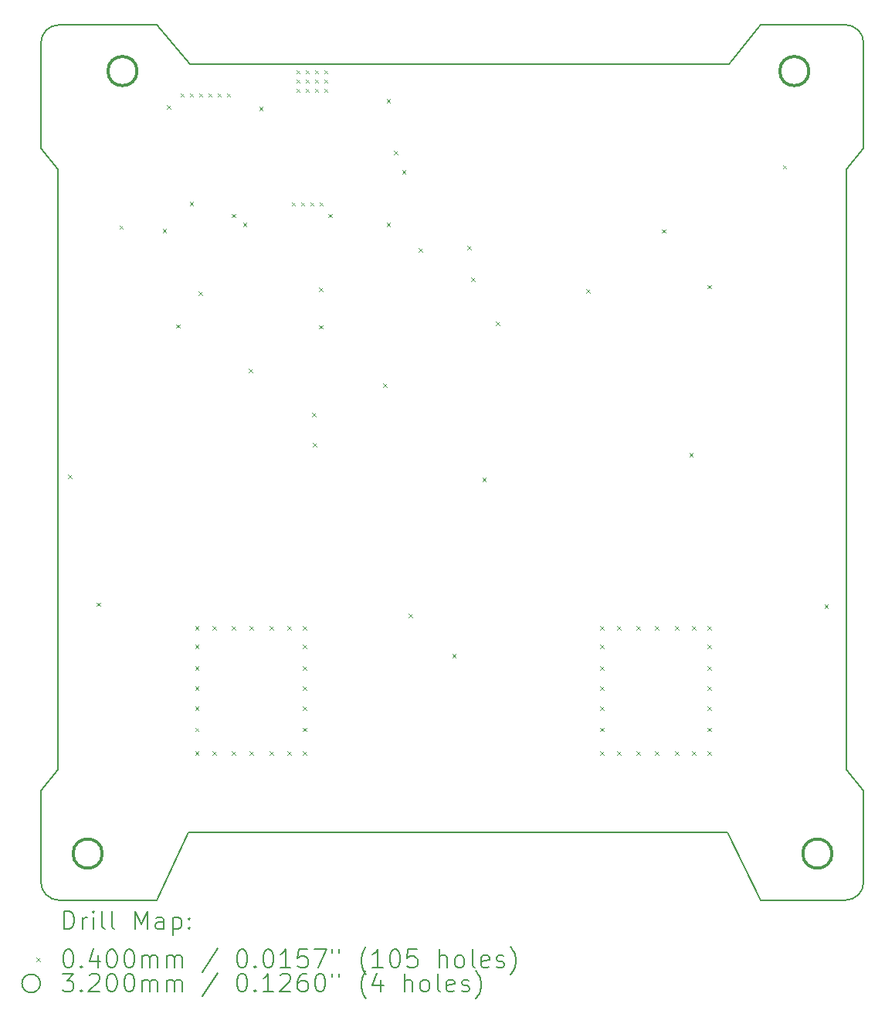
<source format=gbr>
%TF.GenerationSoftware,KiCad,Pcbnew,9.0.1*%
%TF.CreationDate,2025-04-06T00:03:57-07:00*%
%TF.ProjectId,MPPT_addon_board,4d505054-5f61-4646-946f-6e5f626f6172,1.4*%
%TF.SameCoordinates,Original*%
%TF.FileFunction,Drillmap*%
%TF.FilePolarity,Positive*%
%FSLAX45Y45*%
G04 Gerber Fmt 4.5, Leading zero omitted, Abs format (unit mm)*
G04 Created by KiCad (PCBNEW 9.0.1) date 2025-04-06 00:03:57*
%MOMM*%
%LPD*%
G01*
G04 APERTURE LIST*
%ADD10C,0.150000*%
%ADD11C,0.200000*%
%ADD12C,0.100000*%
%ADD13C,0.320000*%
G04 APERTURE END LIST*
D10*
X18850000Y-5450000D02*
X18850000Y-6600000D01*
X18660000Y-6830000D02*
X18660000Y-13410000D01*
X18650000Y-5250000D02*
G75*
G02*
X18850000Y-5450000I0J-200000D01*
G01*
X18850000Y-13640000D02*
X18850000Y-14640000D01*
X18650000Y-5250000D02*
X17720000Y-5250000D01*
X11100000Y-5250000D02*
X10030000Y-5250000D01*
X17360000Y-14100000D02*
X17720000Y-14840000D01*
X9830000Y-13640000D02*
X9830000Y-14640000D01*
X9830000Y-5450000D02*
X9830000Y-6600000D01*
X18660000Y-6830000D02*
X18850000Y-6600000D01*
X11450000Y-14100000D02*
X11100000Y-14840000D01*
X11460000Y-5680000D02*
X17370000Y-5680000D01*
X18660000Y-13410000D02*
X18850000Y-13640000D01*
X10020000Y-6830000D02*
X9830000Y-6600000D01*
X17720000Y-5250000D02*
X17370000Y-5680000D01*
X11460000Y-5680000D02*
X11100000Y-5250000D01*
X9830000Y-5450000D02*
G75*
G02*
X10030000Y-5250000I200000J0D01*
G01*
X10020000Y-13410000D02*
X10020000Y-6830000D01*
X10030000Y-14840000D02*
G75*
G02*
X9830000Y-14640000I0J200000D01*
G01*
X17360000Y-14100000D02*
X11450000Y-14100000D01*
X11100000Y-14840000D02*
X10030000Y-14840000D01*
X18650000Y-14840000D02*
X17720000Y-14840000D01*
X10020000Y-13410000D02*
X9830000Y-13640000D01*
X18850000Y-14640000D02*
G75*
G02*
X18650000Y-14840000I-200000J0D01*
G01*
D11*
D12*
X10130000Y-10180000D02*
X10170000Y-10220000D01*
X10170000Y-10180000D02*
X10130000Y-10220000D01*
X10440000Y-11580000D02*
X10480000Y-11620000D01*
X10480000Y-11580000D02*
X10440000Y-11620000D01*
X10690000Y-7447600D02*
X10730000Y-7487600D01*
X10730000Y-7447600D02*
X10690000Y-7487600D01*
X11165000Y-7485000D02*
X11205000Y-7525000D01*
X11205000Y-7485000D02*
X11165000Y-7525000D01*
X11210000Y-6130000D02*
X11250000Y-6170000D01*
X11250000Y-6130000D02*
X11210000Y-6170000D01*
X11310000Y-8530000D02*
X11350000Y-8570000D01*
X11350000Y-8530000D02*
X11310000Y-8570000D01*
X11359200Y-5999800D02*
X11399200Y-6039800D01*
X11399200Y-5999800D02*
X11359200Y-6039800D01*
X11460000Y-7190000D02*
X11500000Y-7230000D01*
X11500000Y-7190000D02*
X11460000Y-7230000D01*
X11460800Y-5999800D02*
X11500800Y-6039800D01*
X11500800Y-5999800D02*
X11460800Y-6039800D01*
X11520000Y-11840000D02*
X11560000Y-11880000D01*
X11560000Y-11840000D02*
X11520000Y-11880000D01*
X11520000Y-12040000D02*
X11560000Y-12080000D01*
X11560000Y-12040000D02*
X11520000Y-12080000D01*
X11520000Y-12280000D02*
X11560000Y-12320000D01*
X11560000Y-12280000D02*
X11520000Y-12320000D01*
X11520000Y-12500000D02*
X11560000Y-12540000D01*
X11560000Y-12500000D02*
X11520000Y-12540000D01*
X11520000Y-12720000D02*
X11560000Y-12760000D01*
X11560000Y-12720000D02*
X11520000Y-12760000D01*
X11520000Y-12950000D02*
X11560000Y-12990000D01*
X11560000Y-12950000D02*
X11520000Y-12990000D01*
X11520000Y-13210000D02*
X11560000Y-13250000D01*
X11560000Y-13210000D02*
X11520000Y-13250000D01*
X11560000Y-8170000D02*
X11600000Y-8210000D01*
X11600000Y-8170000D02*
X11560000Y-8210000D01*
X11562400Y-5999800D02*
X11602400Y-6039800D01*
X11602400Y-5999800D02*
X11562400Y-6039800D01*
X11664000Y-5999800D02*
X11704000Y-6039800D01*
X11704000Y-5999800D02*
X11664000Y-6039800D01*
X11710000Y-11840000D02*
X11750000Y-11880000D01*
X11750000Y-11840000D02*
X11710000Y-11880000D01*
X11710000Y-13210000D02*
X11750000Y-13250000D01*
X11750000Y-13210000D02*
X11710000Y-13250000D01*
X11765600Y-5999800D02*
X11805600Y-6039800D01*
X11805600Y-5999800D02*
X11765600Y-6039800D01*
X11867200Y-5999800D02*
X11907200Y-6039800D01*
X11907200Y-5999800D02*
X11867200Y-6039800D01*
X11920000Y-7320000D02*
X11960000Y-7360000D01*
X11960000Y-7320000D02*
X11920000Y-7360000D01*
X11920000Y-11840000D02*
X11960000Y-11880000D01*
X11960000Y-11840000D02*
X11920000Y-11880000D01*
X11920000Y-13210000D02*
X11960000Y-13250000D01*
X11960000Y-13210000D02*
X11920000Y-13250000D01*
X12045000Y-7420000D02*
X12085000Y-7460000D01*
X12085000Y-7420000D02*
X12045000Y-7460000D01*
X12110000Y-9020000D02*
X12150000Y-9060000D01*
X12150000Y-9020000D02*
X12110000Y-9060000D01*
X12120000Y-11840000D02*
X12160000Y-11880000D01*
X12160000Y-11840000D02*
X12120000Y-11880000D01*
X12120000Y-13210000D02*
X12160000Y-13250000D01*
X12160000Y-13210000D02*
X12120000Y-13250000D01*
X12223000Y-6150000D02*
X12263000Y-6190000D01*
X12263000Y-6150000D02*
X12223000Y-6190000D01*
X12340000Y-11840000D02*
X12380000Y-11880000D01*
X12380000Y-11840000D02*
X12340000Y-11880000D01*
X12340000Y-13210000D02*
X12380000Y-13250000D01*
X12380000Y-13210000D02*
X12340000Y-13250000D01*
X12530000Y-11840000D02*
X12570000Y-11880000D01*
X12570000Y-11840000D02*
X12530000Y-11880000D01*
X12530000Y-13210000D02*
X12570000Y-13250000D01*
X12570000Y-13210000D02*
X12530000Y-13250000D01*
X12578400Y-7193600D02*
X12618400Y-7233600D01*
X12618400Y-7193600D02*
X12578400Y-7233600D01*
X12629200Y-5745800D02*
X12669200Y-5785800D01*
X12669200Y-5745800D02*
X12629200Y-5785800D01*
X12629200Y-5847400D02*
X12669200Y-5887400D01*
X12669200Y-5847400D02*
X12629200Y-5887400D01*
X12629200Y-5949000D02*
X12669200Y-5989000D01*
X12669200Y-5949000D02*
X12629200Y-5989000D01*
X12680000Y-7193600D02*
X12720000Y-7233600D01*
X12720000Y-7193600D02*
X12680000Y-7233600D01*
X12700000Y-11840000D02*
X12740000Y-11880000D01*
X12740000Y-11840000D02*
X12700000Y-11880000D01*
X12700000Y-12040000D02*
X12740000Y-12080000D01*
X12740000Y-12040000D02*
X12700000Y-12080000D01*
X12700000Y-12280000D02*
X12740000Y-12320000D01*
X12740000Y-12280000D02*
X12700000Y-12320000D01*
X12700000Y-12500000D02*
X12740000Y-12540000D01*
X12740000Y-12500000D02*
X12700000Y-12540000D01*
X12700000Y-12720000D02*
X12740000Y-12760000D01*
X12740000Y-12720000D02*
X12700000Y-12760000D01*
X12700000Y-12950000D02*
X12740000Y-12990000D01*
X12740000Y-12950000D02*
X12700000Y-12990000D01*
X12700000Y-13210000D02*
X12740000Y-13250000D01*
X12740000Y-13210000D02*
X12700000Y-13250000D01*
X12730800Y-5745800D02*
X12770800Y-5785800D01*
X12770800Y-5745800D02*
X12730800Y-5785800D01*
X12730800Y-5847400D02*
X12770800Y-5887400D01*
X12770800Y-5847400D02*
X12730800Y-5887400D01*
X12730800Y-5949000D02*
X12770800Y-5989000D01*
X12770800Y-5949000D02*
X12730800Y-5989000D01*
X12781600Y-7193600D02*
X12821600Y-7233600D01*
X12821600Y-7193600D02*
X12781600Y-7233600D01*
X12800000Y-9500000D02*
X12840000Y-9540000D01*
X12840000Y-9500000D02*
X12800000Y-9540000D01*
X12810000Y-9830000D02*
X12850000Y-9870000D01*
X12850000Y-9830000D02*
X12810000Y-9870000D01*
X12832400Y-5745800D02*
X12872400Y-5785800D01*
X12872400Y-5745800D02*
X12832400Y-5785800D01*
X12832400Y-5847400D02*
X12872400Y-5887400D01*
X12872400Y-5847400D02*
X12832400Y-5887400D01*
X12832400Y-5949000D02*
X12872400Y-5989000D01*
X12872400Y-5949000D02*
X12832400Y-5989000D01*
X12880000Y-8130000D02*
X12920000Y-8170000D01*
X12920000Y-8130000D02*
X12880000Y-8170000D01*
X12880000Y-8540000D02*
X12920000Y-8580000D01*
X12920000Y-8540000D02*
X12880000Y-8580000D01*
X12883200Y-7193600D02*
X12923200Y-7233600D01*
X12923200Y-7193600D02*
X12883200Y-7233600D01*
X12934000Y-5745800D02*
X12974000Y-5785800D01*
X12974000Y-5745800D02*
X12934000Y-5785800D01*
X12934000Y-5847400D02*
X12974000Y-5887400D01*
X12974000Y-5847400D02*
X12934000Y-5887400D01*
X12934000Y-5949000D02*
X12974000Y-5989000D01*
X12974000Y-5949000D02*
X12934000Y-5989000D01*
X12980000Y-7320000D02*
X13020000Y-7360000D01*
X13020000Y-7320000D02*
X12980000Y-7360000D01*
X13580000Y-9180000D02*
X13620000Y-9220000D01*
X13620000Y-9180000D02*
X13580000Y-9220000D01*
X13620000Y-6060000D02*
X13660000Y-6100000D01*
X13660000Y-6060000D02*
X13620000Y-6100000D01*
X13620000Y-7420000D02*
X13660000Y-7460000D01*
X13660000Y-7420000D02*
X13620000Y-7460000D01*
X13700000Y-6630000D02*
X13740000Y-6670000D01*
X13740000Y-6630000D02*
X13700000Y-6670000D01*
X13790000Y-6840000D02*
X13830000Y-6880000D01*
X13830000Y-6840000D02*
X13790000Y-6880000D01*
X13860000Y-11700000D02*
X13900000Y-11740000D01*
X13900000Y-11700000D02*
X13860000Y-11740000D01*
X13970000Y-7700000D02*
X14010000Y-7740000D01*
X14010000Y-7700000D02*
X13970000Y-7740000D01*
X14340000Y-12140000D02*
X14380000Y-12180000D01*
X14380000Y-12140000D02*
X14340000Y-12180000D01*
X14507550Y-7669950D02*
X14547550Y-7709950D01*
X14547550Y-7669950D02*
X14507550Y-7709950D01*
X14550000Y-8020000D02*
X14590000Y-8060000D01*
X14590000Y-8020000D02*
X14550000Y-8060000D01*
X14670000Y-10210000D02*
X14710000Y-10250000D01*
X14710000Y-10210000D02*
X14670000Y-10250000D01*
X14820000Y-8500000D02*
X14860000Y-8540000D01*
X14860000Y-8500000D02*
X14820000Y-8540000D01*
X15807500Y-8147500D02*
X15847500Y-8187500D01*
X15847500Y-8147500D02*
X15807500Y-8187500D01*
X15960000Y-11840000D02*
X16000000Y-11880000D01*
X16000000Y-11840000D02*
X15960000Y-11880000D01*
X15960000Y-12040000D02*
X16000000Y-12080000D01*
X16000000Y-12040000D02*
X15960000Y-12080000D01*
X15960000Y-12280000D02*
X16000000Y-12320000D01*
X16000000Y-12280000D02*
X15960000Y-12320000D01*
X15960000Y-12500000D02*
X16000000Y-12540000D01*
X16000000Y-12500000D02*
X15960000Y-12540000D01*
X15960000Y-12720000D02*
X16000000Y-12760000D01*
X16000000Y-12720000D02*
X15960000Y-12760000D01*
X15960000Y-12950000D02*
X16000000Y-12990000D01*
X16000000Y-12950000D02*
X15960000Y-12990000D01*
X15960000Y-13210000D02*
X16000000Y-13250000D01*
X16000000Y-13210000D02*
X15960000Y-13250000D01*
X16150000Y-11840000D02*
X16190000Y-11880000D01*
X16190000Y-11840000D02*
X16150000Y-11880000D01*
X16150000Y-13210000D02*
X16190000Y-13250000D01*
X16190000Y-13210000D02*
X16150000Y-13250000D01*
X16360000Y-11840000D02*
X16400000Y-11880000D01*
X16400000Y-11840000D02*
X16360000Y-11880000D01*
X16360000Y-13210000D02*
X16400000Y-13250000D01*
X16400000Y-13210000D02*
X16360000Y-13250000D01*
X16560000Y-11840000D02*
X16600000Y-11880000D01*
X16600000Y-11840000D02*
X16560000Y-11880000D01*
X16560000Y-13210000D02*
X16600000Y-13250000D01*
X16600000Y-13210000D02*
X16560000Y-13250000D01*
X16640000Y-7490000D02*
X16680000Y-7530000D01*
X16680000Y-7490000D02*
X16640000Y-7530000D01*
X16780000Y-11840000D02*
X16820000Y-11880000D01*
X16820000Y-11840000D02*
X16780000Y-11880000D01*
X16780000Y-13210000D02*
X16820000Y-13250000D01*
X16820000Y-13210000D02*
X16780000Y-13250000D01*
X16940000Y-9940000D02*
X16980000Y-9980000D01*
X16980000Y-9940000D02*
X16940000Y-9980000D01*
X16970000Y-11840000D02*
X17010000Y-11880000D01*
X17010000Y-11840000D02*
X16970000Y-11880000D01*
X16970000Y-13210000D02*
X17010000Y-13250000D01*
X17010000Y-13210000D02*
X16970000Y-13250000D01*
X17140000Y-8100000D02*
X17180000Y-8140000D01*
X17180000Y-8100000D02*
X17140000Y-8140000D01*
X17140000Y-11840000D02*
X17180000Y-11880000D01*
X17180000Y-11840000D02*
X17140000Y-11880000D01*
X17140000Y-12040000D02*
X17180000Y-12080000D01*
X17180000Y-12040000D02*
X17140000Y-12080000D01*
X17140000Y-12280000D02*
X17180000Y-12320000D01*
X17180000Y-12280000D02*
X17140000Y-12320000D01*
X17140000Y-12500000D02*
X17180000Y-12540000D01*
X17180000Y-12500000D02*
X17140000Y-12540000D01*
X17140000Y-12720000D02*
X17180000Y-12760000D01*
X17180000Y-12720000D02*
X17140000Y-12760000D01*
X17140000Y-12950000D02*
X17180000Y-12990000D01*
X17180000Y-12950000D02*
X17140000Y-12990000D01*
X17140000Y-13210000D02*
X17180000Y-13250000D01*
X17180000Y-13210000D02*
X17140000Y-13250000D01*
X17963200Y-6787200D02*
X18003200Y-6827200D01*
X18003200Y-6787200D02*
X17963200Y-6827200D01*
X18420000Y-11600000D02*
X18460000Y-11640000D01*
X18460000Y-11600000D02*
X18420000Y-11640000D01*
D13*
X10502610Y-14329410D02*
G75*
G02*
X10182610Y-14329410I-160000J0D01*
G01*
X10182610Y-14329410D02*
G75*
G02*
X10502610Y-14329410I160000J0D01*
G01*
X10883610Y-5756410D02*
G75*
G02*
X10563610Y-5756410I-160000J0D01*
G01*
X10563610Y-5756410D02*
G75*
G02*
X10883610Y-5756410I160000J0D01*
G01*
X18249610Y-5756410D02*
G75*
G02*
X17929610Y-5756410I-160000J0D01*
G01*
X17929610Y-5756410D02*
G75*
G02*
X18249610Y-5756410I160000J0D01*
G01*
X18502610Y-14329410D02*
G75*
G02*
X18182610Y-14329410I-160000J0D01*
G01*
X18182610Y-14329410D02*
G75*
G02*
X18502610Y-14329410I160000J0D01*
G01*
D11*
X10083277Y-15158984D02*
X10083277Y-14958984D01*
X10083277Y-14958984D02*
X10130896Y-14958984D01*
X10130896Y-14958984D02*
X10159467Y-14968508D01*
X10159467Y-14968508D02*
X10178515Y-14987555D01*
X10178515Y-14987555D02*
X10188039Y-15006603D01*
X10188039Y-15006603D02*
X10197563Y-15044698D01*
X10197563Y-15044698D02*
X10197563Y-15073269D01*
X10197563Y-15073269D02*
X10188039Y-15111365D01*
X10188039Y-15111365D02*
X10178515Y-15130412D01*
X10178515Y-15130412D02*
X10159467Y-15149460D01*
X10159467Y-15149460D02*
X10130896Y-15158984D01*
X10130896Y-15158984D02*
X10083277Y-15158984D01*
X10283277Y-15158984D02*
X10283277Y-15025650D01*
X10283277Y-15063746D02*
X10292801Y-15044698D01*
X10292801Y-15044698D02*
X10302324Y-15035174D01*
X10302324Y-15035174D02*
X10321372Y-15025650D01*
X10321372Y-15025650D02*
X10340420Y-15025650D01*
X10407086Y-15158984D02*
X10407086Y-15025650D01*
X10407086Y-14958984D02*
X10397563Y-14968508D01*
X10397563Y-14968508D02*
X10407086Y-14978031D01*
X10407086Y-14978031D02*
X10416610Y-14968508D01*
X10416610Y-14968508D02*
X10407086Y-14958984D01*
X10407086Y-14958984D02*
X10407086Y-14978031D01*
X10530896Y-15158984D02*
X10511848Y-15149460D01*
X10511848Y-15149460D02*
X10502324Y-15130412D01*
X10502324Y-15130412D02*
X10502324Y-14958984D01*
X10635658Y-15158984D02*
X10616610Y-15149460D01*
X10616610Y-15149460D02*
X10607086Y-15130412D01*
X10607086Y-15130412D02*
X10607086Y-14958984D01*
X10864229Y-15158984D02*
X10864229Y-14958984D01*
X10864229Y-14958984D02*
X10930896Y-15101841D01*
X10930896Y-15101841D02*
X10997563Y-14958984D01*
X10997563Y-14958984D02*
X10997563Y-15158984D01*
X11178515Y-15158984D02*
X11178515Y-15054222D01*
X11178515Y-15054222D02*
X11168991Y-15035174D01*
X11168991Y-15035174D02*
X11149944Y-15025650D01*
X11149944Y-15025650D02*
X11111848Y-15025650D01*
X11111848Y-15025650D02*
X11092801Y-15035174D01*
X11178515Y-15149460D02*
X11159467Y-15158984D01*
X11159467Y-15158984D02*
X11111848Y-15158984D01*
X11111848Y-15158984D02*
X11092801Y-15149460D01*
X11092801Y-15149460D02*
X11083277Y-15130412D01*
X11083277Y-15130412D02*
X11083277Y-15111365D01*
X11083277Y-15111365D02*
X11092801Y-15092317D01*
X11092801Y-15092317D02*
X11111848Y-15082793D01*
X11111848Y-15082793D02*
X11159467Y-15082793D01*
X11159467Y-15082793D02*
X11178515Y-15073269D01*
X11273753Y-15025650D02*
X11273753Y-15225650D01*
X11273753Y-15035174D02*
X11292801Y-15025650D01*
X11292801Y-15025650D02*
X11330896Y-15025650D01*
X11330896Y-15025650D02*
X11349943Y-15035174D01*
X11349943Y-15035174D02*
X11359467Y-15044698D01*
X11359467Y-15044698D02*
X11368991Y-15063746D01*
X11368991Y-15063746D02*
X11368991Y-15120888D01*
X11368991Y-15120888D02*
X11359467Y-15139936D01*
X11359467Y-15139936D02*
X11349943Y-15149460D01*
X11349943Y-15149460D02*
X11330896Y-15158984D01*
X11330896Y-15158984D02*
X11292801Y-15158984D01*
X11292801Y-15158984D02*
X11273753Y-15149460D01*
X11454705Y-15139936D02*
X11464229Y-15149460D01*
X11464229Y-15149460D02*
X11454705Y-15158984D01*
X11454705Y-15158984D02*
X11445182Y-15149460D01*
X11445182Y-15149460D02*
X11454705Y-15139936D01*
X11454705Y-15139936D02*
X11454705Y-15158984D01*
X11454705Y-15035174D02*
X11464229Y-15044698D01*
X11464229Y-15044698D02*
X11454705Y-15054222D01*
X11454705Y-15054222D02*
X11445182Y-15044698D01*
X11445182Y-15044698D02*
X11454705Y-15035174D01*
X11454705Y-15035174D02*
X11454705Y-15054222D01*
D12*
X9782500Y-15467500D02*
X9822500Y-15507500D01*
X9822500Y-15467500D02*
X9782500Y-15507500D01*
D11*
X10121372Y-15378984D02*
X10140420Y-15378984D01*
X10140420Y-15378984D02*
X10159467Y-15388508D01*
X10159467Y-15388508D02*
X10168991Y-15398031D01*
X10168991Y-15398031D02*
X10178515Y-15417079D01*
X10178515Y-15417079D02*
X10188039Y-15455174D01*
X10188039Y-15455174D02*
X10188039Y-15502793D01*
X10188039Y-15502793D02*
X10178515Y-15540888D01*
X10178515Y-15540888D02*
X10168991Y-15559936D01*
X10168991Y-15559936D02*
X10159467Y-15569460D01*
X10159467Y-15569460D02*
X10140420Y-15578984D01*
X10140420Y-15578984D02*
X10121372Y-15578984D01*
X10121372Y-15578984D02*
X10102324Y-15569460D01*
X10102324Y-15569460D02*
X10092801Y-15559936D01*
X10092801Y-15559936D02*
X10083277Y-15540888D01*
X10083277Y-15540888D02*
X10073753Y-15502793D01*
X10073753Y-15502793D02*
X10073753Y-15455174D01*
X10073753Y-15455174D02*
X10083277Y-15417079D01*
X10083277Y-15417079D02*
X10092801Y-15398031D01*
X10092801Y-15398031D02*
X10102324Y-15388508D01*
X10102324Y-15388508D02*
X10121372Y-15378984D01*
X10273753Y-15559936D02*
X10283277Y-15569460D01*
X10283277Y-15569460D02*
X10273753Y-15578984D01*
X10273753Y-15578984D02*
X10264229Y-15569460D01*
X10264229Y-15569460D02*
X10273753Y-15559936D01*
X10273753Y-15559936D02*
X10273753Y-15578984D01*
X10454705Y-15445650D02*
X10454705Y-15578984D01*
X10407086Y-15369460D02*
X10359467Y-15512317D01*
X10359467Y-15512317D02*
X10483277Y-15512317D01*
X10597563Y-15378984D02*
X10616610Y-15378984D01*
X10616610Y-15378984D02*
X10635658Y-15388508D01*
X10635658Y-15388508D02*
X10645182Y-15398031D01*
X10645182Y-15398031D02*
X10654705Y-15417079D01*
X10654705Y-15417079D02*
X10664229Y-15455174D01*
X10664229Y-15455174D02*
X10664229Y-15502793D01*
X10664229Y-15502793D02*
X10654705Y-15540888D01*
X10654705Y-15540888D02*
X10645182Y-15559936D01*
X10645182Y-15559936D02*
X10635658Y-15569460D01*
X10635658Y-15569460D02*
X10616610Y-15578984D01*
X10616610Y-15578984D02*
X10597563Y-15578984D01*
X10597563Y-15578984D02*
X10578515Y-15569460D01*
X10578515Y-15569460D02*
X10568991Y-15559936D01*
X10568991Y-15559936D02*
X10559467Y-15540888D01*
X10559467Y-15540888D02*
X10549944Y-15502793D01*
X10549944Y-15502793D02*
X10549944Y-15455174D01*
X10549944Y-15455174D02*
X10559467Y-15417079D01*
X10559467Y-15417079D02*
X10568991Y-15398031D01*
X10568991Y-15398031D02*
X10578515Y-15388508D01*
X10578515Y-15388508D02*
X10597563Y-15378984D01*
X10788039Y-15378984D02*
X10807086Y-15378984D01*
X10807086Y-15378984D02*
X10826134Y-15388508D01*
X10826134Y-15388508D02*
X10835658Y-15398031D01*
X10835658Y-15398031D02*
X10845182Y-15417079D01*
X10845182Y-15417079D02*
X10854705Y-15455174D01*
X10854705Y-15455174D02*
X10854705Y-15502793D01*
X10854705Y-15502793D02*
X10845182Y-15540888D01*
X10845182Y-15540888D02*
X10835658Y-15559936D01*
X10835658Y-15559936D02*
X10826134Y-15569460D01*
X10826134Y-15569460D02*
X10807086Y-15578984D01*
X10807086Y-15578984D02*
X10788039Y-15578984D01*
X10788039Y-15578984D02*
X10768991Y-15569460D01*
X10768991Y-15569460D02*
X10759467Y-15559936D01*
X10759467Y-15559936D02*
X10749944Y-15540888D01*
X10749944Y-15540888D02*
X10740420Y-15502793D01*
X10740420Y-15502793D02*
X10740420Y-15455174D01*
X10740420Y-15455174D02*
X10749944Y-15417079D01*
X10749944Y-15417079D02*
X10759467Y-15398031D01*
X10759467Y-15398031D02*
X10768991Y-15388508D01*
X10768991Y-15388508D02*
X10788039Y-15378984D01*
X10940420Y-15578984D02*
X10940420Y-15445650D01*
X10940420Y-15464698D02*
X10949944Y-15455174D01*
X10949944Y-15455174D02*
X10968991Y-15445650D01*
X10968991Y-15445650D02*
X10997563Y-15445650D01*
X10997563Y-15445650D02*
X11016610Y-15455174D01*
X11016610Y-15455174D02*
X11026134Y-15474222D01*
X11026134Y-15474222D02*
X11026134Y-15578984D01*
X11026134Y-15474222D02*
X11035658Y-15455174D01*
X11035658Y-15455174D02*
X11054705Y-15445650D01*
X11054705Y-15445650D02*
X11083277Y-15445650D01*
X11083277Y-15445650D02*
X11102325Y-15455174D01*
X11102325Y-15455174D02*
X11111848Y-15474222D01*
X11111848Y-15474222D02*
X11111848Y-15578984D01*
X11207086Y-15578984D02*
X11207086Y-15445650D01*
X11207086Y-15464698D02*
X11216610Y-15455174D01*
X11216610Y-15455174D02*
X11235658Y-15445650D01*
X11235658Y-15445650D02*
X11264229Y-15445650D01*
X11264229Y-15445650D02*
X11283277Y-15455174D01*
X11283277Y-15455174D02*
X11292801Y-15474222D01*
X11292801Y-15474222D02*
X11292801Y-15578984D01*
X11292801Y-15474222D02*
X11302324Y-15455174D01*
X11302324Y-15455174D02*
X11321372Y-15445650D01*
X11321372Y-15445650D02*
X11349943Y-15445650D01*
X11349943Y-15445650D02*
X11368991Y-15455174D01*
X11368991Y-15455174D02*
X11378515Y-15474222D01*
X11378515Y-15474222D02*
X11378515Y-15578984D01*
X11768991Y-15369460D02*
X11597563Y-15626603D01*
X12026134Y-15378984D02*
X12045182Y-15378984D01*
X12045182Y-15378984D02*
X12064229Y-15388508D01*
X12064229Y-15388508D02*
X12073753Y-15398031D01*
X12073753Y-15398031D02*
X12083277Y-15417079D01*
X12083277Y-15417079D02*
X12092801Y-15455174D01*
X12092801Y-15455174D02*
X12092801Y-15502793D01*
X12092801Y-15502793D02*
X12083277Y-15540888D01*
X12083277Y-15540888D02*
X12073753Y-15559936D01*
X12073753Y-15559936D02*
X12064229Y-15569460D01*
X12064229Y-15569460D02*
X12045182Y-15578984D01*
X12045182Y-15578984D02*
X12026134Y-15578984D01*
X12026134Y-15578984D02*
X12007086Y-15569460D01*
X12007086Y-15569460D02*
X11997563Y-15559936D01*
X11997563Y-15559936D02*
X11988039Y-15540888D01*
X11988039Y-15540888D02*
X11978515Y-15502793D01*
X11978515Y-15502793D02*
X11978515Y-15455174D01*
X11978515Y-15455174D02*
X11988039Y-15417079D01*
X11988039Y-15417079D02*
X11997563Y-15398031D01*
X11997563Y-15398031D02*
X12007086Y-15388508D01*
X12007086Y-15388508D02*
X12026134Y-15378984D01*
X12178515Y-15559936D02*
X12188039Y-15569460D01*
X12188039Y-15569460D02*
X12178515Y-15578984D01*
X12178515Y-15578984D02*
X12168991Y-15569460D01*
X12168991Y-15569460D02*
X12178515Y-15559936D01*
X12178515Y-15559936D02*
X12178515Y-15578984D01*
X12311848Y-15378984D02*
X12330896Y-15378984D01*
X12330896Y-15378984D02*
X12349944Y-15388508D01*
X12349944Y-15388508D02*
X12359467Y-15398031D01*
X12359467Y-15398031D02*
X12368991Y-15417079D01*
X12368991Y-15417079D02*
X12378515Y-15455174D01*
X12378515Y-15455174D02*
X12378515Y-15502793D01*
X12378515Y-15502793D02*
X12368991Y-15540888D01*
X12368991Y-15540888D02*
X12359467Y-15559936D01*
X12359467Y-15559936D02*
X12349944Y-15569460D01*
X12349944Y-15569460D02*
X12330896Y-15578984D01*
X12330896Y-15578984D02*
X12311848Y-15578984D01*
X12311848Y-15578984D02*
X12292801Y-15569460D01*
X12292801Y-15569460D02*
X12283277Y-15559936D01*
X12283277Y-15559936D02*
X12273753Y-15540888D01*
X12273753Y-15540888D02*
X12264229Y-15502793D01*
X12264229Y-15502793D02*
X12264229Y-15455174D01*
X12264229Y-15455174D02*
X12273753Y-15417079D01*
X12273753Y-15417079D02*
X12283277Y-15398031D01*
X12283277Y-15398031D02*
X12292801Y-15388508D01*
X12292801Y-15388508D02*
X12311848Y-15378984D01*
X12568991Y-15578984D02*
X12454706Y-15578984D01*
X12511848Y-15578984D02*
X12511848Y-15378984D01*
X12511848Y-15378984D02*
X12492801Y-15407555D01*
X12492801Y-15407555D02*
X12473753Y-15426603D01*
X12473753Y-15426603D02*
X12454706Y-15436127D01*
X12749944Y-15378984D02*
X12654706Y-15378984D01*
X12654706Y-15378984D02*
X12645182Y-15474222D01*
X12645182Y-15474222D02*
X12654706Y-15464698D01*
X12654706Y-15464698D02*
X12673753Y-15455174D01*
X12673753Y-15455174D02*
X12721372Y-15455174D01*
X12721372Y-15455174D02*
X12740420Y-15464698D01*
X12740420Y-15464698D02*
X12749944Y-15474222D01*
X12749944Y-15474222D02*
X12759467Y-15493269D01*
X12759467Y-15493269D02*
X12759467Y-15540888D01*
X12759467Y-15540888D02*
X12749944Y-15559936D01*
X12749944Y-15559936D02*
X12740420Y-15569460D01*
X12740420Y-15569460D02*
X12721372Y-15578984D01*
X12721372Y-15578984D02*
X12673753Y-15578984D01*
X12673753Y-15578984D02*
X12654706Y-15569460D01*
X12654706Y-15569460D02*
X12645182Y-15559936D01*
X12826134Y-15378984D02*
X12959467Y-15378984D01*
X12959467Y-15378984D02*
X12873753Y-15578984D01*
X13026134Y-15378984D02*
X13026134Y-15417079D01*
X13102325Y-15378984D02*
X13102325Y-15417079D01*
X13397563Y-15655174D02*
X13388039Y-15645650D01*
X13388039Y-15645650D02*
X13368991Y-15617079D01*
X13368991Y-15617079D02*
X13359468Y-15598031D01*
X13359468Y-15598031D02*
X13349944Y-15569460D01*
X13349944Y-15569460D02*
X13340420Y-15521841D01*
X13340420Y-15521841D02*
X13340420Y-15483746D01*
X13340420Y-15483746D02*
X13349944Y-15436127D01*
X13349944Y-15436127D02*
X13359468Y-15407555D01*
X13359468Y-15407555D02*
X13368991Y-15388508D01*
X13368991Y-15388508D02*
X13388039Y-15359936D01*
X13388039Y-15359936D02*
X13397563Y-15350412D01*
X13578515Y-15578984D02*
X13464229Y-15578984D01*
X13521372Y-15578984D02*
X13521372Y-15378984D01*
X13521372Y-15378984D02*
X13502325Y-15407555D01*
X13502325Y-15407555D02*
X13483277Y-15426603D01*
X13483277Y-15426603D02*
X13464229Y-15436127D01*
X13702325Y-15378984D02*
X13721372Y-15378984D01*
X13721372Y-15378984D02*
X13740420Y-15388508D01*
X13740420Y-15388508D02*
X13749944Y-15398031D01*
X13749944Y-15398031D02*
X13759468Y-15417079D01*
X13759468Y-15417079D02*
X13768991Y-15455174D01*
X13768991Y-15455174D02*
X13768991Y-15502793D01*
X13768991Y-15502793D02*
X13759468Y-15540888D01*
X13759468Y-15540888D02*
X13749944Y-15559936D01*
X13749944Y-15559936D02*
X13740420Y-15569460D01*
X13740420Y-15569460D02*
X13721372Y-15578984D01*
X13721372Y-15578984D02*
X13702325Y-15578984D01*
X13702325Y-15578984D02*
X13683277Y-15569460D01*
X13683277Y-15569460D02*
X13673753Y-15559936D01*
X13673753Y-15559936D02*
X13664229Y-15540888D01*
X13664229Y-15540888D02*
X13654706Y-15502793D01*
X13654706Y-15502793D02*
X13654706Y-15455174D01*
X13654706Y-15455174D02*
X13664229Y-15417079D01*
X13664229Y-15417079D02*
X13673753Y-15398031D01*
X13673753Y-15398031D02*
X13683277Y-15388508D01*
X13683277Y-15388508D02*
X13702325Y-15378984D01*
X13949944Y-15378984D02*
X13854706Y-15378984D01*
X13854706Y-15378984D02*
X13845182Y-15474222D01*
X13845182Y-15474222D02*
X13854706Y-15464698D01*
X13854706Y-15464698D02*
X13873753Y-15455174D01*
X13873753Y-15455174D02*
X13921372Y-15455174D01*
X13921372Y-15455174D02*
X13940420Y-15464698D01*
X13940420Y-15464698D02*
X13949944Y-15474222D01*
X13949944Y-15474222D02*
X13959468Y-15493269D01*
X13959468Y-15493269D02*
X13959468Y-15540888D01*
X13959468Y-15540888D02*
X13949944Y-15559936D01*
X13949944Y-15559936D02*
X13940420Y-15569460D01*
X13940420Y-15569460D02*
X13921372Y-15578984D01*
X13921372Y-15578984D02*
X13873753Y-15578984D01*
X13873753Y-15578984D02*
X13854706Y-15569460D01*
X13854706Y-15569460D02*
X13845182Y-15559936D01*
X14197563Y-15578984D02*
X14197563Y-15378984D01*
X14283277Y-15578984D02*
X14283277Y-15474222D01*
X14283277Y-15474222D02*
X14273753Y-15455174D01*
X14273753Y-15455174D02*
X14254706Y-15445650D01*
X14254706Y-15445650D02*
X14226134Y-15445650D01*
X14226134Y-15445650D02*
X14207087Y-15455174D01*
X14207087Y-15455174D02*
X14197563Y-15464698D01*
X14407087Y-15578984D02*
X14388039Y-15569460D01*
X14388039Y-15569460D02*
X14378515Y-15559936D01*
X14378515Y-15559936D02*
X14368991Y-15540888D01*
X14368991Y-15540888D02*
X14368991Y-15483746D01*
X14368991Y-15483746D02*
X14378515Y-15464698D01*
X14378515Y-15464698D02*
X14388039Y-15455174D01*
X14388039Y-15455174D02*
X14407087Y-15445650D01*
X14407087Y-15445650D02*
X14435658Y-15445650D01*
X14435658Y-15445650D02*
X14454706Y-15455174D01*
X14454706Y-15455174D02*
X14464230Y-15464698D01*
X14464230Y-15464698D02*
X14473753Y-15483746D01*
X14473753Y-15483746D02*
X14473753Y-15540888D01*
X14473753Y-15540888D02*
X14464230Y-15559936D01*
X14464230Y-15559936D02*
X14454706Y-15569460D01*
X14454706Y-15569460D02*
X14435658Y-15578984D01*
X14435658Y-15578984D02*
X14407087Y-15578984D01*
X14588039Y-15578984D02*
X14568991Y-15569460D01*
X14568991Y-15569460D02*
X14559468Y-15550412D01*
X14559468Y-15550412D02*
X14559468Y-15378984D01*
X14740420Y-15569460D02*
X14721372Y-15578984D01*
X14721372Y-15578984D02*
X14683277Y-15578984D01*
X14683277Y-15578984D02*
X14664230Y-15569460D01*
X14664230Y-15569460D02*
X14654706Y-15550412D01*
X14654706Y-15550412D02*
X14654706Y-15474222D01*
X14654706Y-15474222D02*
X14664230Y-15455174D01*
X14664230Y-15455174D02*
X14683277Y-15445650D01*
X14683277Y-15445650D02*
X14721372Y-15445650D01*
X14721372Y-15445650D02*
X14740420Y-15455174D01*
X14740420Y-15455174D02*
X14749944Y-15474222D01*
X14749944Y-15474222D02*
X14749944Y-15493269D01*
X14749944Y-15493269D02*
X14654706Y-15512317D01*
X14826134Y-15569460D02*
X14845182Y-15578984D01*
X14845182Y-15578984D02*
X14883277Y-15578984D01*
X14883277Y-15578984D02*
X14902325Y-15569460D01*
X14902325Y-15569460D02*
X14911849Y-15550412D01*
X14911849Y-15550412D02*
X14911849Y-15540888D01*
X14911849Y-15540888D02*
X14902325Y-15521841D01*
X14902325Y-15521841D02*
X14883277Y-15512317D01*
X14883277Y-15512317D02*
X14854706Y-15512317D01*
X14854706Y-15512317D02*
X14835658Y-15502793D01*
X14835658Y-15502793D02*
X14826134Y-15483746D01*
X14826134Y-15483746D02*
X14826134Y-15474222D01*
X14826134Y-15474222D02*
X14835658Y-15455174D01*
X14835658Y-15455174D02*
X14854706Y-15445650D01*
X14854706Y-15445650D02*
X14883277Y-15445650D01*
X14883277Y-15445650D02*
X14902325Y-15455174D01*
X14978515Y-15655174D02*
X14988039Y-15645650D01*
X14988039Y-15645650D02*
X15007087Y-15617079D01*
X15007087Y-15617079D02*
X15016611Y-15598031D01*
X15016611Y-15598031D02*
X15026134Y-15569460D01*
X15026134Y-15569460D02*
X15035658Y-15521841D01*
X15035658Y-15521841D02*
X15035658Y-15483746D01*
X15035658Y-15483746D02*
X15026134Y-15436127D01*
X15026134Y-15436127D02*
X15016611Y-15407555D01*
X15016611Y-15407555D02*
X15007087Y-15388508D01*
X15007087Y-15388508D02*
X14988039Y-15359936D01*
X14988039Y-15359936D02*
X14978515Y-15350412D01*
X9822500Y-15751500D02*
G75*
G02*
X9622500Y-15751500I-100000J0D01*
G01*
X9622500Y-15751500D02*
G75*
G02*
X9822500Y-15751500I100000J0D01*
G01*
X10064229Y-15642984D02*
X10188039Y-15642984D01*
X10188039Y-15642984D02*
X10121372Y-15719174D01*
X10121372Y-15719174D02*
X10149944Y-15719174D01*
X10149944Y-15719174D02*
X10168991Y-15728698D01*
X10168991Y-15728698D02*
X10178515Y-15738222D01*
X10178515Y-15738222D02*
X10188039Y-15757269D01*
X10188039Y-15757269D02*
X10188039Y-15804888D01*
X10188039Y-15804888D02*
X10178515Y-15823936D01*
X10178515Y-15823936D02*
X10168991Y-15833460D01*
X10168991Y-15833460D02*
X10149944Y-15842984D01*
X10149944Y-15842984D02*
X10092801Y-15842984D01*
X10092801Y-15842984D02*
X10073753Y-15833460D01*
X10073753Y-15833460D02*
X10064229Y-15823936D01*
X10273753Y-15823936D02*
X10283277Y-15833460D01*
X10283277Y-15833460D02*
X10273753Y-15842984D01*
X10273753Y-15842984D02*
X10264229Y-15833460D01*
X10264229Y-15833460D02*
X10273753Y-15823936D01*
X10273753Y-15823936D02*
X10273753Y-15842984D01*
X10359467Y-15662031D02*
X10368991Y-15652508D01*
X10368991Y-15652508D02*
X10388039Y-15642984D01*
X10388039Y-15642984D02*
X10435658Y-15642984D01*
X10435658Y-15642984D02*
X10454705Y-15652508D01*
X10454705Y-15652508D02*
X10464229Y-15662031D01*
X10464229Y-15662031D02*
X10473753Y-15681079D01*
X10473753Y-15681079D02*
X10473753Y-15700127D01*
X10473753Y-15700127D02*
X10464229Y-15728698D01*
X10464229Y-15728698D02*
X10349944Y-15842984D01*
X10349944Y-15842984D02*
X10473753Y-15842984D01*
X10597563Y-15642984D02*
X10616610Y-15642984D01*
X10616610Y-15642984D02*
X10635658Y-15652508D01*
X10635658Y-15652508D02*
X10645182Y-15662031D01*
X10645182Y-15662031D02*
X10654705Y-15681079D01*
X10654705Y-15681079D02*
X10664229Y-15719174D01*
X10664229Y-15719174D02*
X10664229Y-15766793D01*
X10664229Y-15766793D02*
X10654705Y-15804888D01*
X10654705Y-15804888D02*
X10645182Y-15823936D01*
X10645182Y-15823936D02*
X10635658Y-15833460D01*
X10635658Y-15833460D02*
X10616610Y-15842984D01*
X10616610Y-15842984D02*
X10597563Y-15842984D01*
X10597563Y-15842984D02*
X10578515Y-15833460D01*
X10578515Y-15833460D02*
X10568991Y-15823936D01*
X10568991Y-15823936D02*
X10559467Y-15804888D01*
X10559467Y-15804888D02*
X10549944Y-15766793D01*
X10549944Y-15766793D02*
X10549944Y-15719174D01*
X10549944Y-15719174D02*
X10559467Y-15681079D01*
X10559467Y-15681079D02*
X10568991Y-15662031D01*
X10568991Y-15662031D02*
X10578515Y-15652508D01*
X10578515Y-15652508D02*
X10597563Y-15642984D01*
X10788039Y-15642984D02*
X10807086Y-15642984D01*
X10807086Y-15642984D02*
X10826134Y-15652508D01*
X10826134Y-15652508D02*
X10835658Y-15662031D01*
X10835658Y-15662031D02*
X10845182Y-15681079D01*
X10845182Y-15681079D02*
X10854705Y-15719174D01*
X10854705Y-15719174D02*
X10854705Y-15766793D01*
X10854705Y-15766793D02*
X10845182Y-15804888D01*
X10845182Y-15804888D02*
X10835658Y-15823936D01*
X10835658Y-15823936D02*
X10826134Y-15833460D01*
X10826134Y-15833460D02*
X10807086Y-15842984D01*
X10807086Y-15842984D02*
X10788039Y-15842984D01*
X10788039Y-15842984D02*
X10768991Y-15833460D01*
X10768991Y-15833460D02*
X10759467Y-15823936D01*
X10759467Y-15823936D02*
X10749944Y-15804888D01*
X10749944Y-15804888D02*
X10740420Y-15766793D01*
X10740420Y-15766793D02*
X10740420Y-15719174D01*
X10740420Y-15719174D02*
X10749944Y-15681079D01*
X10749944Y-15681079D02*
X10759467Y-15662031D01*
X10759467Y-15662031D02*
X10768991Y-15652508D01*
X10768991Y-15652508D02*
X10788039Y-15642984D01*
X10940420Y-15842984D02*
X10940420Y-15709650D01*
X10940420Y-15728698D02*
X10949944Y-15719174D01*
X10949944Y-15719174D02*
X10968991Y-15709650D01*
X10968991Y-15709650D02*
X10997563Y-15709650D01*
X10997563Y-15709650D02*
X11016610Y-15719174D01*
X11016610Y-15719174D02*
X11026134Y-15738222D01*
X11026134Y-15738222D02*
X11026134Y-15842984D01*
X11026134Y-15738222D02*
X11035658Y-15719174D01*
X11035658Y-15719174D02*
X11054705Y-15709650D01*
X11054705Y-15709650D02*
X11083277Y-15709650D01*
X11083277Y-15709650D02*
X11102325Y-15719174D01*
X11102325Y-15719174D02*
X11111848Y-15738222D01*
X11111848Y-15738222D02*
X11111848Y-15842984D01*
X11207086Y-15842984D02*
X11207086Y-15709650D01*
X11207086Y-15728698D02*
X11216610Y-15719174D01*
X11216610Y-15719174D02*
X11235658Y-15709650D01*
X11235658Y-15709650D02*
X11264229Y-15709650D01*
X11264229Y-15709650D02*
X11283277Y-15719174D01*
X11283277Y-15719174D02*
X11292801Y-15738222D01*
X11292801Y-15738222D02*
X11292801Y-15842984D01*
X11292801Y-15738222D02*
X11302324Y-15719174D01*
X11302324Y-15719174D02*
X11321372Y-15709650D01*
X11321372Y-15709650D02*
X11349943Y-15709650D01*
X11349943Y-15709650D02*
X11368991Y-15719174D01*
X11368991Y-15719174D02*
X11378515Y-15738222D01*
X11378515Y-15738222D02*
X11378515Y-15842984D01*
X11768991Y-15633460D02*
X11597563Y-15890603D01*
X12026134Y-15642984D02*
X12045182Y-15642984D01*
X12045182Y-15642984D02*
X12064229Y-15652508D01*
X12064229Y-15652508D02*
X12073753Y-15662031D01*
X12073753Y-15662031D02*
X12083277Y-15681079D01*
X12083277Y-15681079D02*
X12092801Y-15719174D01*
X12092801Y-15719174D02*
X12092801Y-15766793D01*
X12092801Y-15766793D02*
X12083277Y-15804888D01*
X12083277Y-15804888D02*
X12073753Y-15823936D01*
X12073753Y-15823936D02*
X12064229Y-15833460D01*
X12064229Y-15833460D02*
X12045182Y-15842984D01*
X12045182Y-15842984D02*
X12026134Y-15842984D01*
X12026134Y-15842984D02*
X12007086Y-15833460D01*
X12007086Y-15833460D02*
X11997563Y-15823936D01*
X11997563Y-15823936D02*
X11988039Y-15804888D01*
X11988039Y-15804888D02*
X11978515Y-15766793D01*
X11978515Y-15766793D02*
X11978515Y-15719174D01*
X11978515Y-15719174D02*
X11988039Y-15681079D01*
X11988039Y-15681079D02*
X11997563Y-15662031D01*
X11997563Y-15662031D02*
X12007086Y-15652508D01*
X12007086Y-15652508D02*
X12026134Y-15642984D01*
X12178515Y-15823936D02*
X12188039Y-15833460D01*
X12188039Y-15833460D02*
X12178515Y-15842984D01*
X12178515Y-15842984D02*
X12168991Y-15833460D01*
X12168991Y-15833460D02*
X12178515Y-15823936D01*
X12178515Y-15823936D02*
X12178515Y-15842984D01*
X12378515Y-15842984D02*
X12264229Y-15842984D01*
X12321372Y-15842984D02*
X12321372Y-15642984D01*
X12321372Y-15642984D02*
X12302325Y-15671555D01*
X12302325Y-15671555D02*
X12283277Y-15690603D01*
X12283277Y-15690603D02*
X12264229Y-15700127D01*
X12454706Y-15662031D02*
X12464229Y-15652508D01*
X12464229Y-15652508D02*
X12483277Y-15642984D01*
X12483277Y-15642984D02*
X12530896Y-15642984D01*
X12530896Y-15642984D02*
X12549944Y-15652508D01*
X12549944Y-15652508D02*
X12559467Y-15662031D01*
X12559467Y-15662031D02*
X12568991Y-15681079D01*
X12568991Y-15681079D02*
X12568991Y-15700127D01*
X12568991Y-15700127D02*
X12559467Y-15728698D01*
X12559467Y-15728698D02*
X12445182Y-15842984D01*
X12445182Y-15842984D02*
X12568991Y-15842984D01*
X12740420Y-15642984D02*
X12702325Y-15642984D01*
X12702325Y-15642984D02*
X12683277Y-15652508D01*
X12683277Y-15652508D02*
X12673753Y-15662031D01*
X12673753Y-15662031D02*
X12654706Y-15690603D01*
X12654706Y-15690603D02*
X12645182Y-15728698D01*
X12645182Y-15728698D02*
X12645182Y-15804888D01*
X12645182Y-15804888D02*
X12654706Y-15823936D01*
X12654706Y-15823936D02*
X12664229Y-15833460D01*
X12664229Y-15833460D02*
X12683277Y-15842984D01*
X12683277Y-15842984D02*
X12721372Y-15842984D01*
X12721372Y-15842984D02*
X12740420Y-15833460D01*
X12740420Y-15833460D02*
X12749944Y-15823936D01*
X12749944Y-15823936D02*
X12759467Y-15804888D01*
X12759467Y-15804888D02*
X12759467Y-15757269D01*
X12759467Y-15757269D02*
X12749944Y-15738222D01*
X12749944Y-15738222D02*
X12740420Y-15728698D01*
X12740420Y-15728698D02*
X12721372Y-15719174D01*
X12721372Y-15719174D02*
X12683277Y-15719174D01*
X12683277Y-15719174D02*
X12664229Y-15728698D01*
X12664229Y-15728698D02*
X12654706Y-15738222D01*
X12654706Y-15738222D02*
X12645182Y-15757269D01*
X12883277Y-15642984D02*
X12902325Y-15642984D01*
X12902325Y-15642984D02*
X12921372Y-15652508D01*
X12921372Y-15652508D02*
X12930896Y-15662031D01*
X12930896Y-15662031D02*
X12940420Y-15681079D01*
X12940420Y-15681079D02*
X12949944Y-15719174D01*
X12949944Y-15719174D02*
X12949944Y-15766793D01*
X12949944Y-15766793D02*
X12940420Y-15804888D01*
X12940420Y-15804888D02*
X12930896Y-15823936D01*
X12930896Y-15823936D02*
X12921372Y-15833460D01*
X12921372Y-15833460D02*
X12902325Y-15842984D01*
X12902325Y-15842984D02*
X12883277Y-15842984D01*
X12883277Y-15842984D02*
X12864229Y-15833460D01*
X12864229Y-15833460D02*
X12854706Y-15823936D01*
X12854706Y-15823936D02*
X12845182Y-15804888D01*
X12845182Y-15804888D02*
X12835658Y-15766793D01*
X12835658Y-15766793D02*
X12835658Y-15719174D01*
X12835658Y-15719174D02*
X12845182Y-15681079D01*
X12845182Y-15681079D02*
X12854706Y-15662031D01*
X12854706Y-15662031D02*
X12864229Y-15652508D01*
X12864229Y-15652508D02*
X12883277Y-15642984D01*
X13026134Y-15642984D02*
X13026134Y-15681079D01*
X13102325Y-15642984D02*
X13102325Y-15681079D01*
X13397563Y-15919174D02*
X13388039Y-15909650D01*
X13388039Y-15909650D02*
X13368991Y-15881079D01*
X13368991Y-15881079D02*
X13359468Y-15862031D01*
X13359468Y-15862031D02*
X13349944Y-15833460D01*
X13349944Y-15833460D02*
X13340420Y-15785841D01*
X13340420Y-15785841D02*
X13340420Y-15747746D01*
X13340420Y-15747746D02*
X13349944Y-15700127D01*
X13349944Y-15700127D02*
X13359468Y-15671555D01*
X13359468Y-15671555D02*
X13368991Y-15652508D01*
X13368991Y-15652508D02*
X13388039Y-15623936D01*
X13388039Y-15623936D02*
X13397563Y-15614412D01*
X13559468Y-15709650D02*
X13559468Y-15842984D01*
X13511848Y-15633460D02*
X13464229Y-15776317D01*
X13464229Y-15776317D02*
X13588039Y-15776317D01*
X13816610Y-15842984D02*
X13816610Y-15642984D01*
X13902325Y-15842984D02*
X13902325Y-15738222D01*
X13902325Y-15738222D02*
X13892801Y-15719174D01*
X13892801Y-15719174D02*
X13873753Y-15709650D01*
X13873753Y-15709650D02*
X13845182Y-15709650D01*
X13845182Y-15709650D02*
X13826134Y-15719174D01*
X13826134Y-15719174D02*
X13816610Y-15728698D01*
X14026134Y-15842984D02*
X14007087Y-15833460D01*
X14007087Y-15833460D02*
X13997563Y-15823936D01*
X13997563Y-15823936D02*
X13988039Y-15804888D01*
X13988039Y-15804888D02*
X13988039Y-15747746D01*
X13988039Y-15747746D02*
X13997563Y-15728698D01*
X13997563Y-15728698D02*
X14007087Y-15719174D01*
X14007087Y-15719174D02*
X14026134Y-15709650D01*
X14026134Y-15709650D02*
X14054706Y-15709650D01*
X14054706Y-15709650D02*
X14073753Y-15719174D01*
X14073753Y-15719174D02*
X14083277Y-15728698D01*
X14083277Y-15728698D02*
X14092801Y-15747746D01*
X14092801Y-15747746D02*
X14092801Y-15804888D01*
X14092801Y-15804888D02*
X14083277Y-15823936D01*
X14083277Y-15823936D02*
X14073753Y-15833460D01*
X14073753Y-15833460D02*
X14054706Y-15842984D01*
X14054706Y-15842984D02*
X14026134Y-15842984D01*
X14207087Y-15842984D02*
X14188039Y-15833460D01*
X14188039Y-15833460D02*
X14178515Y-15814412D01*
X14178515Y-15814412D02*
X14178515Y-15642984D01*
X14359468Y-15833460D02*
X14340420Y-15842984D01*
X14340420Y-15842984D02*
X14302325Y-15842984D01*
X14302325Y-15842984D02*
X14283277Y-15833460D01*
X14283277Y-15833460D02*
X14273753Y-15814412D01*
X14273753Y-15814412D02*
X14273753Y-15738222D01*
X14273753Y-15738222D02*
X14283277Y-15719174D01*
X14283277Y-15719174D02*
X14302325Y-15709650D01*
X14302325Y-15709650D02*
X14340420Y-15709650D01*
X14340420Y-15709650D02*
X14359468Y-15719174D01*
X14359468Y-15719174D02*
X14368991Y-15738222D01*
X14368991Y-15738222D02*
X14368991Y-15757269D01*
X14368991Y-15757269D02*
X14273753Y-15776317D01*
X14445182Y-15833460D02*
X14464230Y-15842984D01*
X14464230Y-15842984D02*
X14502325Y-15842984D01*
X14502325Y-15842984D02*
X14521372Y-15833460D01*
X14521372Y-15833460D02*
X14530896Y-15814412D01*
X14530896Y-15814412D02*
X14530896Y-15804888D01*
X14530896Y-15804888D02*
X14521372Y-15785841D01*
X14521372Y-15785841D02*
X14502325Y-15776317D01*
X14502325Y-15776317D02*
X14473753Y-15776317D01*
X14473753Y-15776317D02*
X14454706Y-15766793D01*
X14454706Y-15766793D02*
X14445182Y-15747746D01*
X14445182Y-15747746D02*
X14445182Y-15738222D01*
X14445182Y-15738222D02*
X14454706Y-15719174D01*
X14454706Y-15719174D02*
X14473753Y-15709650D01*
X14473753Y-15709650D02*
X14502325Y-15709650D01*
X14502325Y-15709650D02*
X14521372Y-15719174D01*
X14597563Y-15919174D02*
X14607087Y-15909650D01*
X14607087Y-15909650D02*
X14626134Y-15881079D01*
X14626134Y-15881079D02*
X14635658Y-15862031D01*
X14635658Y-15862031D02*
X14645182Y-15833460D01*
X14645182Y-15833460D02*
X14654706Y-15785841D01*
X14654706Y-15785841D02*
X14654706Y-15747746D01*
X14654706Y-15747746D02*
X14645182Y-15700127D01*
X14645182Y-15700127D02*
X14635658Y-15671555D01*
X14635658Y-15671555D02*
X14626134Y-15652508D01*
X14626134Y-15652508D02*
X14607087Y-15623936D01*
X14607087Y-15623936D02*
X14597563Y-15614412D01*
M02*

</source>
